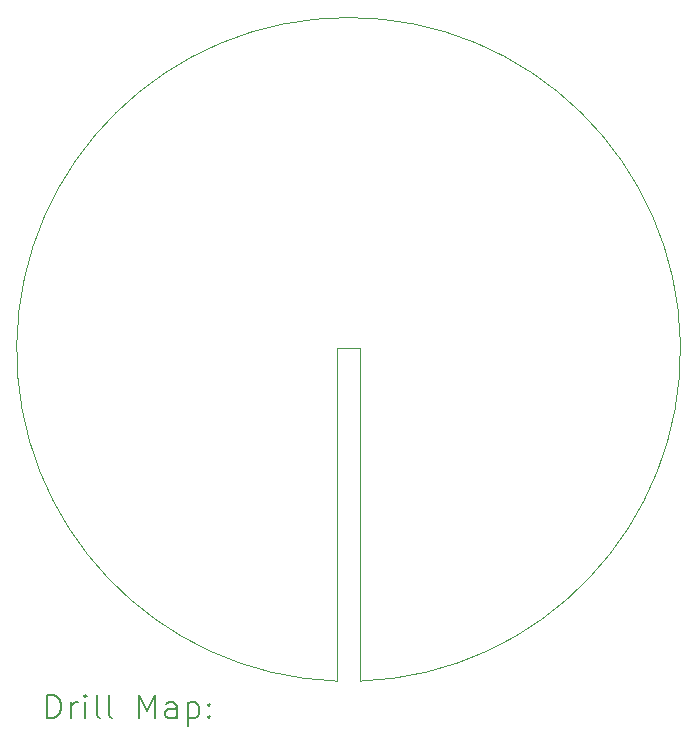
<source format=gbr>
%TF.GenerationSoftware,KiCad,Pcbnew,8.0.3*%
%TF.CreationDate,2025-07-08T12:52:10-07:00*%
%TF.ProjectId,salp_board_round,73616c70-5f62-46f6-9172-645f726f756e,rev?*%
%TF.SameCoordinates,Original*%
%TF.FileFunction,Drillmap*%
%TF.FilePolarity,Positive*%
%FSLAX45Y45*%
G04 Gerber Fmt 4.5, Leading zero omitted, Abs format (unit mm)*
G04 Created by KiCad (PCBNEW 8.0.3) date 2025-07-08 12:52:10*
%MOMM*%
%LPD*%
G01*
G04 APERTURE LIST*
%ADD10C,0.050000*%
%ADD11C,0.200000*%
G04 APERTURE END LIST*
D10*
X16900063Y-11808222D02*
G75*
G02*
X17099937Y-11808222I99937J2808222D01*
G01*
X16900000Y-8990000D02*
X17100000Y-8990000D01*
X17100000Y-8990000D02*
X17099937Y-11808222D01*
X16900063Y-11808222D02*
X16900000Y-8990000D01*
D11*
X14448277Y-12122206D02*
X14448277Y-11922206D01*
X14448277Y-11922206D02*
X14495896Y-11922206D01*
X14495896Y-11922206D02*
X14524467Y-11931730D01*
X14524467Y-11931730D02*
X14543515Y-11950777D01*
X14543515Y-11950777D02*
X14553039Y-11969825D01*
X14553039Y-11969825D02*
X14562563Y-12007920D01*
X14562563Y-12007920D02*
X14562563Y-12036492D01*
X14562563Y-12036492D02*
X14553039Y-12074587D01*
X14553039Y-12074587D02*
X14543515Y-12093634D01*
X14543515Y-12093634D02*
X14524467Y-12112682D01*
X14524467Y-12112682D02*
X14495896Y-12122206D01*
X14495896Y-12122206D02*
X14448277Y-12122206D01*
X14648277Y-12122206D02*
X14648277Y-11988873D01*
X14648277Y-12026968D02*
X14657801Y-12007920D01*
X14657801Y-12007920D02*
X14667324Y-11998396D01*
X14667324Y-11998396D02*
X14686372Y-11988873D01*
X14686372Y-11988873D02*
X14705420Y-11988873D01*
X14772086Y-12122206D02*
X14772086Y-11988873D01*
X14772086Y-11922206D02*
X14762563Y-11931730D01*
X14762563Y-11931730D02*
X14772086Y-11941254D01*
X14772086Y-11941254D02*
X14781610Y-11931730D01*
X14781610Y-11931730D02*
X14772086Y-11922206D01*
X14772086Y-11922206D02*
X14772086Y-11941254D01*
X14895896Y-12122206D02*
X14876848Y-12112682D01*
X14876848Y-12112682D02*
X14867324Y-12093634D01*
X14867324Y-12093634D02*
X14867324Y-11922206D01*
X15000658Y-12122206D02*
X14981610Y-12112682D01*
X14981610Y-12112682D02*
X14972086Y-12093634D01*
X14972086Y-12093634D02*
X14972086Y-11922206D01*
X15229229Y-12122206D02*
X15229229Y-11922206D01*
X15229229Y-11922206D02*
X15295896Y-12065063D01*
X15295896Y-12065063D02*
X15362563Y-11922206D01*
X15362563Y-11922206D02*
X15362563Y-12122206D01*
X15543515Y-12122206D02*
X15543515Y-12017444D01*
X15543515Y-12017444D02*
X15533991Y-11998396D01*
X15533991Y-11998396D02*
X15514944Y-11988873D01*
X15514944Y-11988873D02*
X15476848Y-11988873D01*
X15476848Y-11988873D02*
X15457801Y-11998396D01*
X15543515Y-12112682D02*
X15524467Y-12122206D01*
X15524467Y-12122206D02*
X15476848Y-12122206D01*
X15476848Y-12122206D02*
X15457801Y-12112682D01*
X15457801Y-12112682D02*
X15448277Y-12093634D01*
X15448277Y-12093634D02*
X15448277Y-12074587D01*
X15448277Y-12074587D02*
X15457801Y-12055539D01*
X15457801Y-12055539D02*
X15476848Y-12046015D01*
X15476848Y-12046015D02*
X15524467Y-12046015D01*
X15524467Y-12046015D02*
X15543515Y-12036492D01*
X15638753Y-11988873D02*
X15638753Y-12188873D01*
X15638753Y-11998396D02*
X15657801Y-11988873D01*
X15657801Y-11988873D02*
X15695896Y-11988873D01*
X15695896Y-11988873D02*
X15714944Y-11998396D01*
X15714944Y-11998396D02*
X15724467Y-12007920D01*
X15724467Y-12007920D02*
X15733991Y-12026968D01*
X15733991Y-12026968D02*
X15733991Y-12084111D01*
X15733991Y-12084111D02*
X15724467Y-12103158D01*
X15724467Y-12103158D02*
X15714944Y-12112682D01*
X15714944Y-12112682D02*
X15695896Y-12122206D01*
X15695896Y-12122206D02*
X15657801Y-12122206D01*
X15657801Y-12122206D02*
X15638753Y-12112682D01*
X15819705Y-12103158D02*
X15829229Y-12112682D01*
X15829229Y-12112682D02*
X15819705Y-12122206D01*
X15819705Y-12122206D02*
X15810182Y-12112682D01*
X15810182Y-12112682D02*
X15819705Y-12103158D01*
X15819705Y-12103158D02*
X15819705Y-12122206D01*
X15819705Y-11998396D02*
X15829229Y-12007920D01*
X15829229Y-12007920D02*
X15819705Y-12017444D01*
X15819705Y-12017444D02*
X15810182Y-12007920D01*
X15810182Y-12007920D02*
X15819705Y-11998396D01*
X15819705Y-11998396D02*
X15819705Y-12017444D01*
M02*

</source>
